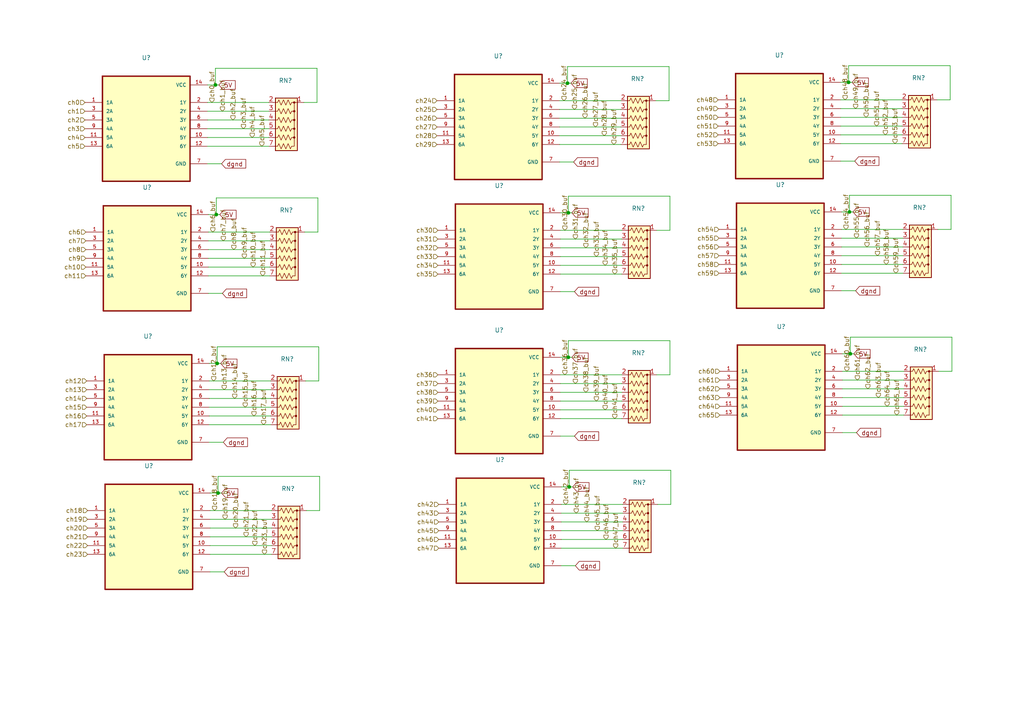
<source format=kicad_sch>
(kicad_sch (version 20211123) (generator eeschema)
  (paper "A4")
  (lib_symbols
    (symbol "Device:R_Network06_US" (pin_names (offset 0) hide)
      (property "Reference" "RN" (at -10.16 0 90))
      (property "Value" "R_Network06_US" (at 7.62 0 90))
      (symbol "R_Network06_US_0_1"
        (rectangle (start -8.89 -3.175) (end 6.35 3.175) (stroke (width 0.254)) (fill (type background)))
        (circle (center -7.62 2.286) (radius 0.254) (fill (type outline)))
        (circle (center -5.08 2.286) (radius 0.254) (fill (type outline)))
        (circle (center -2.54 2.286) (radius 0.254) (fill (type outline)))
        (polyline (pts (xy -7.62 2.286) (xy 5.08 2.286)))
        (polyline (pts (xy -7.62 2.286) (xy -7.62 1.524) (xy -6.858 1.1684) (xy -8.382 0.508) (xy -6.858 -0.1524) (xy -8.382 -0.8382) (xy -6.858 -1.524) (xy -8.382 -2.1844) (xy -7.62 -2.54) (xy -7.62 -3.81)))
        (polyline (pts (xy -5.08 2.286) (xy -5.08 1.524) (xy -4.318 1.1684) (xy -5.842 0.508) (xy -4.318 -0.1524) (xy -5.842 -0.8382) (xy -4.318 -1.524) (xy -5.842 -2.1844) (xy -5.08 -2.54) (xy -5.08 -3.81)))
        (polyline (pts (xy -2.54 2.286) (xy -2.54 1.524) (xy -1.778 1.1684) (xy -3.302 0.508) (xy -1.778 -0.1524) (xy -3.302 -0.8382) (xy -1.778 -1.524) (xy -3.302 -2.1844) (xy -2.54 -2.54) (xy -2.54 -3.81)))
        (polyline (pts (xy 0 2.286) (xy 0 1.524) (xy 0.762 1.1684) (xy -0.762 0.508) (xy 0.762 -0.1524) (xy -0.762 -0.8382) (xy 0.762 -1.524) (xy -0.762 -2.1844) (xy 0 -2.54) (xy 0 -3.81)))
        (polyline (pts (xy 2.54 2.286) (xy 2.54 1.524) (xy 3.302 1.1684) (xy 1.778 0.508) (xy 3.302 -0.1524) (xy 1.778 -0.8382) (xy 3.302 -1.524) (xy 1.778 -2.1844) (xy 2.54 -2.54) (xy 2.54 -3.81)))
        (polyline (pts (xy 5.08 2.286) (xy 5.08 1.524) (xy 5.842 1.1684) (xy 4.318 0.508) (xy 5.842 -0.1524) (xy 4.318 -0.8382) (xy 5.842 -1.524) (xy 4.318 -2.1844) (xy 5.08 -2.54) (xy 5.08 -3.81)))
        (circle (center 0 2.286) (radius 0.254) (fill (type outline)))
        (circle (center 2.54 2.286) (radius 0.254) (fill (type outline)))
      )
      (symbol "R_Network06_US_1_1"
        (pin passive line (at -7.62 5.08 270) (length 2.54) (name "common") (number "1"))
        (pin passive line (at -7.62 -5.08 90) (length 1.27) (name "R1") (number "2"))
        (pin passive line (at -5.08 -5.08 90) (length 1.27) (name "R2") (number "3"))
        (pin passive line (at -2.54 -5.08 90) (length 1.27) (name "R3") (number "4"))
        (pin passive line (at 0 -5.08 90) (length 1.27) (name "R4") (number "5"))
        (pin passive line (at 2.54 -5.08 90) (length 1.27) (name "R5") (number "6"))
        (pin passive line (at 5.08 -5.08 90) (length 1.27) (name "R6") (number "7"))
      )
    )
    (symbol "teensy:SN74LS07N" (pin_names (offset 1.016))
      (property "Reference" "U" (at -12.7 16.2306 0))
      (property "Value" "SN74LS07N" (at -12.7 -19.2278 0))
      (symbol "SN74LS07N_0_0"
        (rectangle (start -12.7 -15.24) (end 12.7 15.24) (stroke (width 0.4064)) (fill (type background)))
        (pin input line (at -17.78 7.62 0) (length 5.08) (name "1A") (number "1"))
        (pin output line (at 17.78 -2.54 180) (length 5.08) (name "5Y") (number "10"))
        (pin input line (at -17.78 -2.54 0) (length 5.08) (name "5A") (number "11"))
        (pin output line (at 17.78 -5.08 180) (length 5.08) (name "6Y") (number "12"))
        (pin input line (at -17.78 -5.08 0) (length 5.08) (name "6A") (number "13"))
        (pin power_in line (at 17.78 12.7 180) (length 5.08) (name "VCC") (number "14"))
        (pin output line (at 17.78 7.62 180) (length 5.08) (name "1Y") (number "2"))
        (pin input line (at -17.78 5.08 0) (length 5.08) (name "2A") (number "3"))
        (pin output line (at 17.78 5.08 180) (length 5.08) (name "2Y") (number "4"))
        (pin input line (at -17.78 2.54 0) (length 5.08) (name "3A") (number "5"))
        (pin output line (at 17.78 2.54 180) (length 5.08) (name "3Y") (number "6"))
        (pin power_in line (at 17.78 -10.16 180) (length 5.08) (name "GND") (number "7"))
        (pin output line (at 17.78 0 180) (length 5.08) (name "4Y") (number "8"))
        (pin input line (at -17.78 0 0) (length 5.08) (name "4A") (number "9"))
      )
    )
  )
  (junction (at 63.246 143.002))
  (junction (at 62.738 62.23))
  (junction (at 62.484 24.638))
  (junction (at 165.1 141.224))
  (junction (at 62.992 105.41))
  (junction (at 246.126 23.876))
  (junction (at 164.846 103.632))
  (junction (at 246.634 102.616))
  (junction (at 246.38 61.468))
  (junction (at 164.846 61.722))
  (junction (at 164.592 24.13))
  (wire (pts (xy 246.634 97.79) (xy 276.098 97.79)))
  (wire (pts (xy 244.094 74.168) (xy 261.874 74.168)))
  (wire (pts (xy 62.484 24.638) (xy 62.484 19.812)))
  (wire (pts (xy 60.452 62.23) (xy 62.738 62.23)))
  (wire (pts (xy 244.348 115.316) (xy 262.128 115.316)))
  (wire (pts (xy 162.814 156.464) (xy 180.594 156.464)))
  (wire (pts (xy 60.198 29.718) (xy 77.978 29.718)))
  (wire (pts (xy 60.96 143.002) (xy 63.246 143.002)))
  (wire (pts (xy 62.738 62.23) (xy 63.754 62.23)))
  (wire (pts (xy 60.706 120.65) (xy 78.486 120.65)))
  (wire (pts (xy 164.846 98.806) (xy 194.31 98.806)))
  (wire (pts (xy 60.452 80.01) (xy 78.232 80.01)))
  (wire (pts (xy 60.452 69.85) (xy 78.232 69.85)))
  (wire (pts (xy 60.706 110.49) (xy 78.486 110.49)))
  (wire (pts (xy 162.814 151.384) (xy 180.594 151.384)))
  (wire (pts (xy 165.1 141.224) (xy 165.1 136.398)))
  (wire (pts (xy 165.1 136.398) (xy 194.564 136.398)))
  (wire (pts (xy 162.306 41.91) (xy 180.086 41.91)))
  (wire (pts (xy 62.992 100.584) (xy 92.456 100.584)))
  (wire (pts (xy 92.456 100.584) (xy 92.456 110.49)))
  (wire (pts (xy 62.484 24.638) (xy 63.5 24.638)))
  (wire (pts (xy 63.246 143.002) (xy 64.262 143.002)))
  (wire (pts (xy 60.452 72.39) (xy 78.232 72.39)))
  (wire (pts (xy 162.56 108.712) (xy 180.34 108.712)))
  (wire (pts (xy 63.246 143.002) (xy 63.246 138.176)))
  (wire (pts (xy 162.306 24.13) (xy 164.592 24.13)))
  (wire (pts (xy 246.126 23.876) (xy 247.142 23.876)))
  (wire (pts (xy 62.484 19.812) (xy 91.948 19.812)))
  (wire (pts (xy 162.814 159.004) (xy 180.594 159.004)))
  (wire (pts (xy 164.592 24.13) (xy 164.592 19.304)))
  (wire (pts (xy 162.56 66.802) (xy 180.34 66.802)))
  (wire (pts (xy 162.56 79.502) (xy 180.34 79.502)))
  (wire (pts (xy 243.84 36.576) (xy 261.62 36.576)))
  (wire (pts (xy 60.706 118.11) (xy 78.486 118.11)))
  (wire (pts (xy 162.814 141.224) (xy 165.1 141.224)))
  (wire (pts (xy 243.84 31.496) (xy 261.62 31.496)))
  (wire (pts (xy 246.38 56.642) (xy 275.844 56.642)))
  (wire (pts (xy 91.948 19.812) (xy 91.948 29.718)))
  (wire (pts (xy 276.098 97.79) (xy 276.098 107.696)))
  (wire (pts (xy 162.56 118.872) (xy 180.34 118.872)))
  (wire (pts (xy 162.306 36.83) (xy 180.086 36.83)))
  (wire (pts (xy 244.094 61.468) (xy 246.38 61.468)))
  (wire (pts (xy 60.96 150.622) (xy 78.74 150.622)))
  (wire (pts (xy 244.348 102.616) (xy 246.634 102.616)))
  (wire (pts (xy 62.992 105.41) (xy 64.008 105.41)))
  (wire (pts (xy 275.844 66.548) (xy 272.034 66.548)))
  (wire (pts (xy 60.96 160.782) (xy 78.74 160.782)))
  (wire (pts (xy 162.56 71.882) (xy 180.34 71.882)))
  (wire (pts (xy 162.306 29.21) (xy 180.086 29.21)))
  (wire (pts (xy 162.56 61.722) (xy 164.846 61.722)))
  (wire (pts (xy 246.634 102.616) (xy 246.634 97.79)))
  (wire (pts (xy 243.84 41.656) (xy 261.62 41.656)))
  (wire (pts (xy 244.348 112.776) (xy 262.128 112.776)))
  (wire (pts (xy 194.564 146.304) (xy 190.754 146.304)))
  (wire (pts (xy 60.96 148.082) (xy 78.74 148.082)))
  (wire (pts (xy 275.59 28.956) (xy 271.78 28.956)))
  (wire (pts (xy 244.348 125.476) (xy 248.412 125.476)))
  (wire (pts (xy 164.846 103.632) (xy 165.862 103.632)))
  (wire (pts (xy 275.59 19.05) (xy 275.59 28.956)))
  (wire (pts (xy 162.306 46.99) (xy 166.37 46.99)))
  (wire (pts (xy 162.814 164.084) (xy 166.878 164.084)))
  (wire (pts (xy 162.306 31.75) (xy 180.086 31.75)))
  (wire (pts (xy 60.452 85.09) (xy 64.516 85.09)))
  (wire (pts (xy 60.452 77.47) (xy 78.232 77.47)))
  (wire (pts (xy 92.456 110.49) (xy 88.646 110.49)))
  (wire (pts (xy 92.202 57.404) (xy 92.202 67.31)))
  (wire (pts (xy 194.31 108.712) (xy 190.5 108.712)))
  (wire (pts (xy 244.348 117.856) (xy 262.128 117.856)))
  (wire (pts (xy 164.592 19.304) (xy 194.056 19.304)))
  (wire (pts (xy 244.348 110.236) (xy 262.128 110.236)))
  (wire (pts (xy 246.38 61.468) (xy 247.396 61.468)))
  (wire (pts (xy 162.814 146.304) (xy 180.594 146.304)))
  (wire (pts (xy 60.198 34.798) (xy 77.978 34.798)))
  (wire (pts (xy 164.846 61.722) (xy 165.862 61.722)))
  (wire (pts (xy 60.96 153.162) (xy 78.74 153.162)))
  (wire (pts (xy 162.56 84.582) (xy 166.624 84.582)))
  (wire (pts (xy 194.564 136.398) (xy 194.564 146.304)))
  (wire (pts (xy 246.38 61.468) (xy 246.38 56.642)))
  (wire (pts (xy 244.094 76.708) (xy 261.874 76.708)))
  (wire (pts (xy 276.098 107.696) (xy 272.288 107.696)))
  (wire (pts (xy 275.844 56.642) (xy 275.844 66.548)))
  (wire (pts (xy 60.706 113.03) (xy 78.486 113.03)))
  (wire (pts (xy 162.56 126.492) (xy 166.624 126.492)))
  (wire (pts (xy 246.634 102.616) (xy 247.65 102.616)))
  (wire (pts (xy 244.348 107.696) (xy 262.128 107.696)))
  (wire (pts (xy 194.31 98.806) (xy 194.31 108.712)))
  (wire (pts (xy 162.306 34.29) (xy 180.086 34.29)))
  (wire (pts (xy 194.31 56.896) (xy 194.31 66.802)))
  (wire (pts (xy 244.094 79.248) (xy 261.874 79.248)))
  (wire (pts (xy 244.094 71.628) (xy 261.874 71.628)))
  (wire (pts (xy 162.56 111.252) (xy 180.34 111.252)))
  (wire (pts (xy 91.948 29.718) (xy 88.138 29.718)))
  (wire (pts (xy 92.71 148.082) (xy 88.9 148.082)))
  (wire (pts (xy 164.846 61.722) (xy 164.846 56.896)))
  (wire (pts (xy 162.814 148.844) (xy 180.594 148.844)))
  (wire (pts (xy 243.84 28.956) (xy 261.62 28.956)))
  (wire (pts (xy 60.198 47.498) (xy 64.262 47.498)))
  (wire (pts (xy 243.84 34.036) (xy 261.62 34.036)))
  (wire (pts (xy 194.056 19.304) (xy 194.056 29.21)))
  (wire (pts (xy 63.246 138.176) (xy 92.71 138.176)))
  (wire (pts (xy 60.96 158.242) (xy 78.74 158.242)))
  (wire (pts (xy 244.094 66.548) (xy 261.874 66.548)))
  (wire (pts (xy 92.71 138.176) (xy 92.71 148.082)))
  (wire (pts (xy 162.56 76.962) (xy 180.34 76.962)))
  (wire (pts (xy 60.706 128.27) (xy 64.77 128.27)))
  (wire (pts (xy 60.706 115.57) (xy 78.486 115.57)))
  (wire (pts (xy 60.198 24.638) (xy 62.484 24.638)))
  (wire (pts (xy 60.706 105.41) (xy 62.992 105.41)))
  (wire (pts (xy 62.738 62.23) (xy 62.738 57.404)))
  (wire (pts (xy 162.56 74.422) (xy 180.34 74.422)))
  (wire (pts (xy 244.348 120.396) (xy 262.128 120.396)))
  (wire (pts (xy 244.094 84.328) (xy 248.158 84.328)))
  (wire (pts (xy 60.198 37.338) (xy 77.978 37.338)))
  (wire (pts (xy 162.814 153.924) (xy 180.594 153.924)))
  (wire (pts (xy 62.738 57.404) (xy 92.202 57.404)))
  (wire (pts (xy 243.84 46.736) (xy 247.904 46.736)))
  (wire (pts (xy 60.96 165.862) (xy 65.024 165.862)))
  (wire (pts (xy 162.56 121.412) (xy 180.34 121.412)))
  (wire (pts (xy 246.126 23.876) (xy 246.126 19.05)))
  (wire (pts (xy 162.56 69.342) (xy 180.34 69.342)))
  (wire (pts (xy 60.198 42.418) (xy 77.978 42.418)))
  (wire (pts (xy 244.094 69.088) (xy 261.874 69.088)))
  (wire (pts (xy 60.452 74.93) (xy 78.232 74.93)))
  (wire (pts (xy 194.31 66.802) (xy 190.5 66.802)))
  (wire (pts (xy 162.56 103.632) (xy 164.846 103.632)))
  (wire (pts (xy 60.96 155.702) (xy 78.74 155.702)))
  (wire (pts (xy 162.56 116.332) (xy 180.34 116.332)))
  (wire (pts (xy 92.202 67.31) (xy 88.392 67.31)))
  (wire (pts (xy 194.056 29.21) (xy 190.246 29.21)))
  (wire (pts (xy 243.84 23.876) (xy 246.126 23.876)))
  (wire (pts (xy 60.452 67.31) (xy 78.232 67.31)))
  (wire (pts (xy 243.84 39.116) (xy 261.62 39.116)))
  (wire (pts (xy 162.56 113.792) (xy 180.34 113.792)))
  (wire (pts (xy 60.198 39.878) (xy 77.978 39.878)))
  (wire (pts (xy 60.198 32.258) (xy 77.978 32.258)))
  (wire (pts (xy 246.126 19.05) (xy 275.59 19.05)))
  (wire (pts (xy 164.846 56.896) (xy 194.31 56.896)))
  (wire (pts (xy 162.306 39.37) (xy 180.086 39.37)))
  (wire (pts (xy 164.846 103.632) (xy 164.846 98.806)))
  (wire (pts (xy 62.992 105.41) (xy 62.992 100.584)))
  (wire (pts (xy 60.706 123.19) (xy 78.486 123.19)))
  (wire (pts (xy 164.592 24.13) (xy 165.608 24.13)))
  (wire (pts (xy 165.1 141.224) (xy 166.116 141.224)))
  (global_label "dgnd" (shape input) (at 64.77 128.27 0) (property "Intersheet References" "${INTERSHEET_REFS}" (effects hide)))
  (global_label "dgnd" (shape input) (at 64.516 85.09 0) (property "Intersheet References" "${INTERSHEET_REFS}" (effects hide)))
  (global_label "dgnd" (shape input) (at 166.624 84.582 0) (property "Intersheet References" "${INTERSHEET_REFS}" (effects hide)))
  (global_label "5V" (shape input) (at 247.65 102.616 0) (property "Intersheet References" "${INTERSHEET_REFS}" (effects hide)))
  (global_label "dgnd" (shape input) (at 166.37 46.99 0) (property "Intersheet References" "${INTERSHEET_REFS}" (effects hide)))
  (global_label "dgnd" (shape input) (at 248.412 125.476 0) (property "Intersheet References" "${INTERSHEET_REFS}" (effects hide)))
  (global_label "dgnd" (shape input) (at 248.158 84.328 0) (property "Intersheet References" "${INTERSHEET_REFS}" (effects hide)))
  (global_label "5V" (shape input) (at 165.862 103.632 0) (property "Intersheet References" "${INTERSHEET_REFS}" (effects hide)))
  (global_label "5V" (shape input) (at 64.262 143.002 0) (property "Intersheet References" "${INTERSHEET_REFS}" (effects hide)))
  (global_label "dgnd" (shape input) (at 166.878 164.084 0) (property "Intersheet References" "${INTERSHEET_REFS}" (effects hide)))
  (global_label "5V" (shape input) (at 165.608 24.13 0) (property "Intersheet References" "${INTERSHEET_REFS}" (effects hide)))
  (global_label "dgnd" (shape input) (at 166.624 126.492 0) (property "Intersheet References" "${INTERSHEET_REFS}" (effects hide)))
  (global_label "5V" (shape input) (at 63.5 24.638 0) (property "Intersheet References" "${INTERSHEET_REFS}" (effects hide)))
  (global_label "5V" (shape input) (at 63.754 62.23 0) (property "Intersheet References" "${INTERSHEET_REFS}" (effects hide)))
  (global_label "dgnd" (shape input) (at 65.024 165.862 0) (property "Intersheet References" "${INTERSHEET_REFS}" (effects hide)))
  (global_label "5V" (shape input) (at 64.008 105.41 0) (property "Intersheet References" "${INTERSHEET_REFS}" (effects hide)))
  (global_label "dgnd" (shape input) (at 64.262 47.498 0) (property "Intersheet References" "${INTERSHEET_REFS}" (effects hide)))
  (global_label "5V" (shape input) (at 166.116 141.224 0) (property "Intersheet References" "${INTERSHEET_REFS}" (effects hide)))
  (global_label "5V" (shape input) (at 247.396 61.468 0) (property "Intersheet References" "${INTERSHEET_REFS}" (effects hide)))
  (global_label "5V" (shape input) (at 165.862 61.722 0) (property "Intersheet References" "${INTERSHEET_REFS}" (effects hide)))
  (global_label "dgnd" (shape input) (at 247.904 46.736 0) (property "Intersheet References" "${INTERSHEET_REFS}" (effects hide)))
  (global_label "5V" (shape input) (at 247.142 23.876 0) (property "Intersheet References" "${INTERSHEET_REFS}" (effects hide)))
  (hierarchical_label "ch10" (shape input) (at 24.892 77.47 180))
  (hierarchical_label "ch41_buf" (shape input) (at 178.308 121.412 90))
  (hierarchical_label "ch3" (shape input) (at 24.638 37.338 180))
  (hierarchical_label "ch18" (shape input) (at 25.4 148.082 180))
  (hierarchical_label "ch44" (shape input) (at 127.254 151.384 180))
  (hierarchical_label "ch2" (shape input) (at 24.638 34.798 180))
  (hierarchical_label "ch6_buf" (shape input) (at 61.722 67.31 90))
  (hierarchical_label "ch47_buf" (shape input) (at 178.562 159.004 90))
  (hierarchical_label "ch45_buf" (shape input) (at 173.228 153.924 90))
  (hierarchical_label "ch58" (shape input) (at 208.534 76.708 180))
  (hierarchical_label "ch58_buf" (shape input) (at 257.048 76.708 90))
  (hierarchical_label "ch19_buf" (shape input) (at 65.278 150.622 90))
  (hierarchical_label "ch21" (shape input) (at 25.4 155.702 180))
  (hierarchical_label "ch56_buf" (shape input) (at 251.46 71.628 90))
  (hierarchical_label "ch4_buf" (shape input) (at 73.152 39.878 90))
  (hierarchical_label "ch9" (shape input) (at 24.892 74.93 180))
  (hierarchical_label "ch6" (shape input) (at 24.892 67.31 180))
  (hierarchical_label "ch17" (shape input) (at 25.146 123.19 180))
  (hierarchical_label "ch14" (shape input) (at 25.146 115.57 180))
  (hierarchical_label "ch28_buf" (shape input) (at 175.26 39.37 90))
  (hierarchical_label "ch24" (shape input) (at 126.746 29.21 180))
  (hierarchical_label "ch29_buf" (shape input) (at 178.054 41.91 90))
  (hierarchical_label "ch52_buf" (shape input) (at 256.794 39.116 90))
  (hierarchical_label "ch63" (shape input) (at 208.788 115.316 180))
  (hierarchical_label "ch60_buf" (shape input) (at 245.618 107.696 90))
  (hierarchical_label "ch50_buf" (shape input) (at 251.206 34.036 90))
  (hierarchical_label "ch59_buf" (shape input) (at 259.842 79.248 90))
  (hierarchical_label "ch13" (shape input) (at 25.146 113.03 180))
  (hierarchical_label "ch61" (shape input) (at 208.788 110.236 180))
  (hierarchical_label "ch51" (shape input) (at 208.28 36.576 180))
  (hierarchical_label "ch59" (shape input) (at 208.534 79.248 180))
  (hierarchical_label "ch2_buf" (shape input) (at 67.564 34.798 90))
  (hierarchical_label "ch65" (shape input) (at 208.788 120.396 180))
  (hierarchical_label "ch35" (shape input) (at 127 79.502 180))
  (hierarchical_label "ch50" (shape input) (at 208.28 34.036 180))
  (hierarchical_label "ch22" (shape input) (at 25.4 158.242 180))
  (hierarchical_label "ch22_buf" (shape input) (at 73.914 158.242 90))
  (hierarchical_label "ch11" (shape input) (at 24.892 80.01 180))
  (hierarchical_label "ch57" (shape input) (at 208.534 74.168 180))
  (hierarchical_label "ch46_buf" (shape input) (at 175.768 156.464 90))
  (hierarchical_label "ch48" (shape input) (at 208.28 28.956 180))
  (hierarchical_label "ch16" (shape input) (at 25.146 120.65 180))
  (hierarchical_label "ch9_buf" (shape input) (at 70.866 74.93 90))
  (hierarchical_label "ch23" (shape input) (at 25.4 160.782 180))
  (hierarchical_label "ch7_buf" (shape input) (at 64.77 69.85 90))
  (hierarchical_label "ch46" (shape input) (at 127.254 156.464 180))
  (hierarchical_label "ch38" (shape input) (at 127 113.792 180))
  (hierarchical_label "ch44_buf" (shape input) (at 170.18 151.384 90))
  (hierarchical_label "ch1" (shape input) (at 24.638 32.258 180))
  (hierarchical_label "ch17_buf" (shape input) (at 76.454 123.19 90))
  (hierarchical_label "ch7" (shape input) (at 24.892 69.85 180))
  (hierarchical_label "ch56" (shape input) (at 208.534 71.628 180))
  (hierarchical_label "ch14_buf" (shape input) (at 68.072 115.57 90))
  (hierarchical_label "ch1_buf" (shape input) (at 64.516 32.258 90))
  (hierarchical_label "ch8_buf" (shape input) (at 67.818 72.39 90))
  (hierarchical_label "ch60" (shape input) (at 208.788 107.696 180))
  (hierarchical_label "ch21_buf" (shape input) (at 71.374 155.702 90))
  (hierarchical_label "ch62_buf" (shape input) (at 251.714 112.776 90))
  (hierarchical_label "ch64" (shape input) (at 208.788 117.856 180))
  (hierarchical_label "ch64_buf" (shape input) (at 257.302 117.856 90))
  (hierarchical_label "ch12_buf" (shape input) (at 61.976 110.49 90))
  (hierarchical_label "ch27" (shape input) (at 126.746 36.83 180))
  (hierarchical_label "ch24_buf" (shape input) (at 163.576 29.21 90))
  (hierarchical_label "ch39_buf" (shape input) (at 172.974 116.332 90))
  (hierarchical_label "ch27_buf" (shape input) (at 172.72 36.83 90))
  (hierarchical_label "ch31_buf" (shape input) (at 166.878 69.342 90))
  (hierarchical_label "ch54_buf" (shape input) (at 245.364 66.548 90))
  (hierarchical_label "ch48_buf" (shape input) (at 245.11 28.956 90))
  (hierarchical_label "ch23_buf" (shape input) (at 76.708 160.782 90))
  (hierarchical_label "ch33" (shape input) (at 127 74.422 180))
  (hierarchical_label "ch36_buf" (shape input) (at 163.83 108.712 90))
  (hierarchical_label "ch61_buf" (shape input) (at 248.666 110.236 90))
  (hierarchical_label "ch41" (shape input) (at 127 121.412 180))
  (hierarchical_label "ch39" (shape input) (at 127 116.332 180))
  (hierarchical_label "ch52" (shape input) (at 208.28 39.116 180))
  (hierarchical_label "ch16_buf" (shape input) (at 73.66 120.65 90))
  (hierarchical_label "ch20" (shape input) (at 25.4 153.162 180))
  (hierarchical_label "ch3_buf" (shape input) (at 70.612 37.338 90))
  (hierarchical_label "ch25" (shape input) (at 126.746 31.75 180))
  (hierarchical_label "ch45" (shape input) (at 127.254 153.924 180))
  (hierarchical_label "ch40" (shape input) (at 127 118.872 180))
  (hierarchical_label "ch43" (shape input) (at 127.254 148.844 180))
  (hierarchical_label "ch57_buf" (shape input) (at 254.508 74.168 90))
  (hierarchical_label "ch0_buf" (shape input) (at 61.468 29.718 90))
  (hierarchical_label "ch4" (shape input) (at 24.638 39.878 180))
  (hierarchical_label "ch12" (shape input) (at 25.146 110.49 180))
  (hierarchical_label "ch20_buf" (shape input) (at 68.326 153.162 90))
  (hierarchical_label "ch37" (shape input) (at 127 111.252 180))
  (hierarchical_label "ch49" (shape input) (at 208.28 31.496 180))
  (hierarchical_label "ch62" (shape input) (at 208.788 112.776 180))
  (hierarchical_label "ch32" (shape input) (at 127 71.882 180))
  (hierarchical_label "ch15_buf" (shape input) (at 71.12 118.11 90))
  (hierarchical_label "ch55" (shape input) (at 208.534 69.088 180))
  (hierarchical_label "ch49_buf" (shape input) (at 248.158 31.496 90))
  (hierarchical_label "ch40_buf" (shape input) (at 175.514 118.872 90))
  (hierarchical_label "ch35_buf" (shape input) (at 178.308 79.502 90))
  (hierarchical_label "ch0" (shape input) (at 24.638 29.718 180))
  (hierarchical_label "ch15" (shape input) (at 25.146 118.11 180))
  (hierarchical_label "ch38_buf" (shape input) (at 169.926 113.792 90))
  (hierarchical_label "ch36" (shape input) (at 127 108.712 180))
  (hierarchical_label "ch5" (shape input) (at 24.638 42.418 180))
  (hierarchical_label "ch8" (shape input) (at 24.892 72.39 180))
  (hierarchical_label "ch51_buf" (shape input) (at 254.254 36.576 90))
  (hierarchical_label "ch10_buf" (shape input) (at 73.406 77.47 90))
  (hierarchical_label "ch5_buf" (shape input) (at 75.946 42.418 90))
  (hierarchical_label "ch42" (shape input) (at 127.254 146.304 180))
  (hierarchical_label "ch29" (shape input) (at 126.746 41.91 180))
  (hierarchical_label "ch11_buf" (shape input) (at 76.2 80.01 90))
  (hierarchical_label "ch63_buf" (shape input) (at 254.762 115.316 90))
  (hierarchical_label "ch42_buf" (shape input) (at 164.084 146.304 90))
  (hierarchical_label "ch30_buf" (shape input) (at 163.83 66.802 90))
  (hierarchical_label "ch55_buf" (shape input) (at 248.412 69.088 90))
  (hierarchical_label "ch34_buf" (shape input) (at 175.514 76.962 90))
  (hierarchical_label "ch53" (shape input) (at 208.28 41.656 180))
  (hierarchical_label "ch54" (shape input) (at 208.534 66.548 180))
  (hierarchical_label "ch30" (shape input) (at 127 66.802 180))
  (hierarchical_label "ch32_buf" (shape input) (at 169.926 71.882 90))
  (hierarchical_label "ch43_buf" (shape input) (at 167.132 148.844 90))
  (hierarchical_label "ch65_buf" (shape input) (at 260.096 120.396 90))
  (hierarchical_label "ch25_buf" (shape input) (at 166.624 31.75 90))
  (hierarchical_label "ch19" (shape input) (at 25.4 150.622 180))
  (hierarchical_label "ch18_buf" (shape input) (at 62.23 148.082 90))
  (hierarchical_label "ch26_buf" (shape input) (at 169.672 34.29 90))
  (hierarchical_label "ch33_buf" (shape input) (at 172.974 74.422 90))
  (hierarchical_label "ch31" (shape input) (at 127 69.342 180))
  (hierarchical_label "ch26" (shape input) (at 126.746 34.29 180))
  (hierarchical_label "ch13_buf" (shape input) (at 65.024 113.03 90))
  (hierarchical_label "ch34" (shape input) (at 127 76.962 180))
  (hierarchical_label "ch47" (shape input) (at 127.254 159.004 180))
  (hierarchical_label "ch28" (shape input) (at 126.746 39.37 180))
  (hierarchical_label "ch37_buf" (shape input) (at 166.878 111.252 90))
  (hierarchical_label "ch53_buf" (shape input) (at 259.588 41.656 90))
  (symbol (lib_id "Device:R_Network06_US") (at 83.566 118.11 270) (unit 1)
    (property "Reference" "RN?" (at 83.312 104.14 90))
    (property "Datasheet" "http://www.vishay.com/docs/31509/csc.pdf" (effects hide))
  )
  (symbol (lib_id "teensy:SN74LS07N") (at 43.18 155.702 0) (unit 1)
    (property "Reference" "U?" (at 43.18 135.128 0))
  )
  (symbol (lib_id "Device:R_Network06_US") (at 83.82 155.702 270) (unit 1)
    (property "Reference" "RN?" (at 83.566 141.732 90))
    (property "Datasheet" "http://www.vishay.com/docs/31509/csc.pdf" (effects hide))
  )
  (symbol (lib_id "teensy:SN74LS07N") (at 226.568 115.316 0) (unit 1)
    (property "Reference" "U?" (at 226.568 94.742 0))
  )
  (symbol (lib_id "teensy:SN74LS07N") (at 144.78 74.422 0) (unit 1)
    (property "Reference" "U?" (at 144.78 53.848 0))
  )
  (symbol (lib_id "Device:R_Network06_US") (at 83.312 74.93 270) (unit 1)
    (property "Reference" "RN?" (at 83.058 60.96 90))
    (property "Datasheet" "http://www.vishay.com/docs/31509/csc.pdf" (effects hide))
  )
  (symbol (lib_id "teensy:SN74LS07N") (at 42.672 74.93 0) (unit 1)
    (property "Reference" "U?" (at 42.672 54.356 0))
  )
  (symbol (lib_id "Device:R_Network06_US") (at 266.7 36.576 270) (unit 1)
    (property "Reference" "RN?" (at 266.446 22.606 90))
    (property "Datasheet" "http://www.vishay.com/docs/31509/csc.pdf" (effects hide))
  )
  (symbol (lib_id "teensy:SN74LS07N") (at 144.526 36.83 0) (unit 1)
    (property "Reference" "U?" (at 144.526 16.256 0))
  )
  (symbol (lib_id "teensy:SN74LS07N") (at 226.314 74.168 0) (unit 1)
    (property "Reference" "U?" (at 226.314 53.594 0))
  )
  (symbol (lib_id "Device:R_Network06_US") (at 266.954 74.168 270) (unit 1)
    (property "Reference" "RN?" (at 266.7 60.198 90))
    (property "Datasheet" "http://www.vishay.com/docs/31509/csc.pdf" (effects hide))
  )
  (symbol (lib_id "teensy:SN74LS07N") (at 144.78 116.332 0) (unit 1)
    (property "Reference" "U?" (at 144.78 95.758 0))
  )
  (symbol (lib_id "Device:R_Network06_US") (at 185.166 36.83 270) (unit 1)
    (property "Reference" "RN?" (at 184.912 22.86 90))
    (property "Datasheet" "http://www.vishay.com/docs/31509/csc.pdf" (effects hide))
  )
  (symbol (lib_id "teensy:SN74LS07N") (at 226.06 36.576 0) (unit 1)
    (property "Reference" "U?" (at 226.06 16.002 0))
  )
  (symbol (lib_id "Device:R_Network06_US") (at 267.208 115.316 270) (unit 1)
    (property "Reference" "RN?" (at 266.954 101.346 90))
    (property "Datasheet" "http://www.vishay.com/docs/31509/csc.pdf" (effects hide))
  )
  (symbol (lib_id "Device:R_Network06_US") (at 83.058 37.338 270) (unit 1)
    (property "Reference" "RN?" (at 82.804 23.368 90))
    (property "Datasheet" "http://www.vishay.com/docs/31509/csc.pdf" (effects hide))
  )
  (symbol (lib_id "Device:R_Network06_US") (at 185.674 153.924 270) (unit 1)
    (property "Reference" "RN?" (at 185.42 139.954 90))
    (property "Datasheet" "http://www.vishay.com/docs/31509/csc.pdf" (effects hide))
  )
  (symbol (lib_id "Device:R_Network06_US") (at 185.42 116.332 270) (unit 1)
    (property "Reference" "RN?" (at 185.166 102.362 90))
    (property "Datasheet" "http://www.vishay.com/docs/31509/csc.pdf" (effects hide))
  )
  (symbol (lib_id "teensy:SN74LS07N") (at 145.034 153.924 0) (unit 1)
    (property "Reference" "U?" (at 145.034 133.35 0))
  )
  (symbol (lib_id "teensy:SN74LS07N") (at 42.926 118.11 0) (unit 1)
    (property "Reference" "U?" (at 42.926 97.536 0))
  )
  (symbol (lib_id "teensy:SN74LS07N") (at 42.418 37.338 0) (unit 1)
    (property "Reference" "U?" (at 42.418 16.764 0))
  )
  (symbol (lib_id "Device:R_Network06_US") (at 185.42 74.422 270) (unit 1)
    (property "Reference" "RN?" (at 185.166 60.452 90))
    (property "Datasheet" "http://www.vishay.com/docs/31509/csc.pdf" (effects hide))
  )
)
</source>
